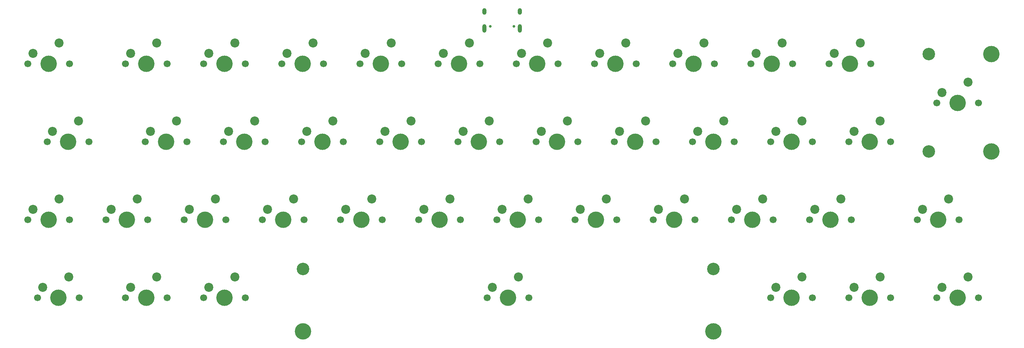
<source format=gbr>
G04 #@! TF.GenerationSoftware,KiCad,Pcbnew,(5.1.9)-1*
G04 #@! TF.CreationDate,2021-04-17T14:31:48+02:00*
G04 #@! TF.ProjectId,isio42_pcb,6973696f-3432-45f7-9063-622e6b696361,rev?*
G04 #@! TF.SameCoordinates,Original*
G04 #@! TF.FileFunction,Soldermask,Top*
G04 #@! TF.FilePolarity,Negative*
%FSLAX46Y46*%
G04 Gerber Fmt 4.6, Leading zero omitted, Abs format (unit mm)*
G04 Created by KiCad (PCBNEW (5.1.9)-1) date 2021-04-17 14:31:49*
%MOMM*%
%LPD*%
G01*
G04 APERTURE LIST*
%ADD10C,1.700000*%
%ADD11C,4.000000*%
%ADD12C,2.200000*%
%ADD13C,3.050000*%
%ADD14C,0.650000*%
%ADD15O,1.000000X2.100000*%
%ADD16O,1.000000X1.600000*%
G04 APERTURE END LIST*
D10*
X259715000Y-98742500D03*
X249555000Y-98742500D03*
D11*
X254635000Y-98742500D03*
D12*
X250825000Y-96202500D03*
X257175000Y-93662500D03*
D10*
X254952500Y-79692500D03*
X244792500Y-79692500D03*
D11*
X249872500Y-79692500D03*
D12*
X246062500Y-77152500D03*
X252412500Y-74612500D03*
D13*
X247635000Y-39217500D03*
X247635000Y-63017500D03*
D11*
X262875000Y-63017500D03*
X262875000Y-39217500D03*
D10*
X259715000Y-51117500D03*
X249555000Y-51117500D03*
D11*
X254635000Y-51117500D03*
D12*
X250825000Y-48577500D03*
X257175000Y-46037500D03*
D13*
X195097500Y-91742500D03*
X95097500Y-91742500D03*
D11*
X95097500Y-106982500D03*
X195097500Y-106982500D03*
D10*
X150177500Y-98742500D03*
X140017500Y-98742500D03*
D11*
X145097500Y-98742500D03*
D12*
X141287500Y-96202500D03*
X147637500Y-93662500D03*
D10*
X40640000Y-98742500D03*
X30480000Y-98742500D03*
D11*
X35560000Y-98742500D03*
D12*
X31750000Y-96202500D03*
X38100000Y-93662500D03*
D10*
X43021250Y-60642500D03*
X32861250Y-60642500D03*
D11*
X37941250Y-60642500D03*
D12*
X34131250Y-58102500D03*
X40481250Y-55562500D03*
D10*
X238283750Y-98742500D03*
X228123750Y-98742500D03*
D11*
X233203750Y-98742500D03*
D12*
X229393750Y-96202500D03*
X235743750Y-93662500D03*
D10*
X228758750Y-79692500D03*
X218598750Y-79692500D03*
D11*
X223678750Y-79692500D03*
D12*
X219868750Y-77152500D03*
X226218750Y-74612500D03*
D10*
X238283750Y-60642500D03*
X228123750Y-60642500D03*
D11*
X233203750Y-60642500D03*
D12*
X229393750Y-58102500D03*
X235743750Y-55562500D03*
D10*
X233521250Y-41592500D03*
X223361250Y-41592500D03*
D11*
X228441250Y-41592500D03*
D12*
X224631250Y-39052500D03*
X230981250Y-36512500D03*
D10*
X219233750Y-98742500D03*
X209073750Y-98742500D03*
D11*
X214153750Y-98742500D03*
D12*
X210343750Y-96202500D03*
X216693750Y-93662500D03*
D10*
X209708750Y-79692500D03*
X199548750Y-79692500D03*
D11*
X204628750Y-79692500D03*
D12*
X200818750Y-77152500D03*
X207168750Y-74612500D03*
D10*
X219233750Y-60642500D03*
X209073750Y-60642500D03*
D11*
X214153750Y-60642500D03*
D12*
X210343750Y-58102500D03*
X216693750Y-55562500D03*
D10*
X214471250Y-41592500D03*
X204311250Y-41592500D03*
D11*
X209391250Y-41592500D03*
D12*
X205581250Y-39052500D03*
X211931250Y-36512500D03*
D10*
X190658750Y-79692500D03*
X180498750Y-79692500D03*
D11*
X185578750Y-79692500D03*
D12*
X181768750Y-77152500D03*
X188118750Y-74612500D03*
D10*
X200183750Y-60642500D03*
X190023750Y-60642500D03*
D11*
X195103750Y-60642500D03*
D12*
X191293750Y-58102500D03*
X197643750Y-55562500D03*
D10*
X195421250Y-41592500D03*
X185261250Y-41592500D03*
D11*
X190341250Y-41592500D03*
D12*
X186531250Y-39052500D03*
X192881250Y-36512500D03*
D10*
X171608750Y-79692500D03*
X161448750Y-79692500D03*
D11*
X166528750Y-79692500D03*
D12*
X162718750Y-77152500D03*
X169068750Y-74612500D03*
D10*
X181133750Y-60642500D03*
X170973750Y-60642500D03*
D11*
X176053750Y-60642500D03*
D12*
X172243750Y-58102500D03*
X178593750Y-55562500D03*
D10*
X176371250Y-41592500D03*
X166211250Y-41592500D03*
D11*
X171291250Y-41592500D03*
D12*
X167481250Y-39052500D03*
X173831250Y-36512500D03*
D10*
X152558750Y-79692500D03*
X142398750Y-79692500D03*
D11*
X147478750Y-79692500D03*
D12*
X143668750Y-77152500D03*
X150018750Y-74612500D03*
D10*
X162083750Y-60642500D03*
X151923750Y-60642500D03*
D11*
X157003750Y-60642500D03*
D12*
X153193750Y-58102500D03*
X159543750Y-55562500D03*
D10*
X157321250Y-41592500D03*
X147161250Y-41592500D03*
D11*
X152241250Y-41592500D03*
D12*
X148431250Y-39052500D03*
X154781250Y-36512500D03*
D10*
X133508750Y-79692500D03*
X123348750Y-79692500D03*
D11*
X128428750Y-79692500D03*
D12*
X124618750Y-77152500D03*
X130968750Y-74612500D03*
D10*
X143033750Y-60642500D03*
X132873750Y-60642500D03*
D11*
X137953750Y-60642500D03*
D12*
X134143750Y-58102500D03*
X140493750Y-55562500D03*
D10*
X138271250Y-41592500D03*
X128111250Y-41592500D03*
D11*
X133191250Y-41592500D03*
D12*
X129381250Y-39052500D03*
X135731250Y-36512500D03*
D10*
X114458750Y-79692500D03*
X104298750Y-79692500D03*
D11*
X109378750Y-79692500D03*
D12*
X105568750Y-77152500D03*
X111918750Y-74612500D03*
D10*
X123983750Y-60642500D03*
X113823750Y-60642500D03*
D11*
X118903750Y-60642500D03*
D12*
X115093750Y-58102500D03*
X121443750Y-55562500D03*
D10*
X119221250Y-41592500D03*
X109061250Y-41592500D03*
D11*
X114141250Y-41592500D03*
D12*
X110331250Y-39052500D03*
X116681250Y-36512500D03*
D10*
X95408750Y-79692500D03*
X85248750Y-79692500D03*
D11*
X90328750Y-79692500D03*
D12*
X86518750Y-77152500D03*
X92868750Y-74612500D03*
D10*
X104933750Y-60642500D03*
X94773750Y-60642500D03*
D11*
X99853750Y-60642500D03*
D12*
X96043750Y-58102500D03*
X102393750Y-55562500D03*
D10*
X100171250Y-41592500D03*
X90011250Y-41592500D03*
D11*
X95091250Y-41592500D03*
D12*
X91281250Y-39052500D03*
X97631250Y-36512500D03*
D10*
X81121250Y-98742500D03*
X70961250Y-98742500D03*
D11*
X76041250Y-98742500D03*
D12*
X72231250Y-96202500D03*
X78581250Y-93662500D03*
D10*
X76358750Y-79692500D03*
X66198750Y-79692500D03*
D11*
X71278750Y-79692500D03*
D12*
X67468750Y-77152500D03*
X73818750Y-74612500D03*
D10*
X85883750Y-60642500D03*
X75723750Y-60642500D03*
D11*
X80803750Y-60642500D03*
D12*
X76993750Y-58102500D03*
X83343750Y-55562500D03*
D10*
X81121250Y-41592500D03*
X70961250Y-41592500D03*
D11*
X76041250Y-41592500D03*
D12*
X72231250Y-39052500D03*
X78581250Y-36512500D03*
D10*
X62071250Y-98742500D03*
X51911250Y-98742500D03*
D11*
X56991250Y-98742500D03*
D12*
X53181250Y-96202500D03*
X59531250Y-93662500D03*
D10*
X57308750Y-79692500D03*
X47148750Y-79692500D03*
D11*
X52228750Y-79692500D03*
D12*
X48418750Y-77152500D03*
X54768750Y-74612500D03*
D10*
X66833750Y-60642500D03*
X56673750Y-60642500D03*
D11*
X61753750Y-60642500D03*
D12*
X57943750Y-58102500D03*
X64293750Y-55562500D03*
D10*
X62071250Y-41592500D03*
X51911250Y-41592500D03*
D11*
X56991250Y-41592500D03*
D12*
X53181250Y-39052500D03*
X59531250Y-36512500D03*
D10*
X38258750Y-79692500D03*
X28098750Y-79692500D03*
D11*
X33178750Y-79692500D03*
D12*
X29368750Y-77152500D03*
X35718750Y-74612500D03*
D10*
X38258750Y-41592500D03*
X28098750Y-41592500D03*
D11*
X33178750Y-41592500D03*
D12*
X29368750Y-39052500D03*
X35718750Y-36512500D03*
D14*
X146558750Y-32443750D03*
X140778750Y-32443750D03*
D15*
X139348750Y-32973750D03*
X147988750Y-32973750D03*
D16*
X139348750Y-28793750D03*
X147988750Y-28793750D03*
M02*

</source>
